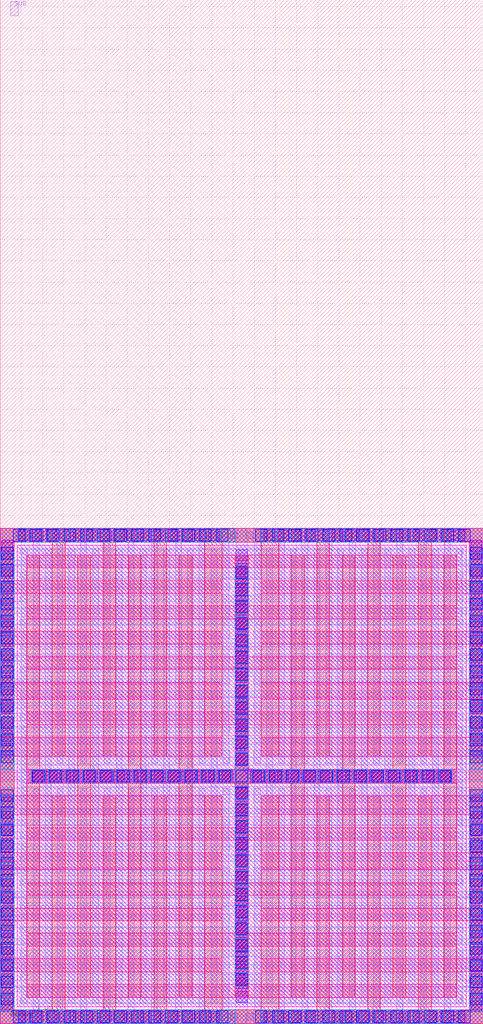
<source format=lef>
# Copyright 2020 The SkyWater PDK Authors
#
# Licensed under the Apache License, Version 2.0 (the "License");
# you may not use this file except in compliance with the License.
# You may obtain a copy of the License at
#
#     https://www.apache.org/licenses/LICENSE-2.0
#
# Unless required by applicable law or agreed to in writing, software
# distributed under the License is distributed on an "AS IS" BASIS,
# WITHOUT WARRANTIES OR CONDITIONS OF ANY KIND, either express or implied.
# See the License for the specific language governing permissions and
# limitations under the License.
#
# SPDX-License-Identifier: Apache-2.0

VERSION 5.7 ;
  NOWIREEXTENSIONATPIN ON ;
  DIVIDERCHAR "/" ;
  BUSBITCHARS "[]" ;
MACRO sky130_fd_pr__cap_vpp_11p5x11p7_l1m1m2m3m4_shieldpom5_x7
  CLASS BLOCK ;
  FOREIGN sky130_fd_pr__cap_vpp_11p5x11p7_l1m1m2m3m4_shieldpom5_x7 ;
  ORIGIN  0.000000  0.000000 ;
  SIZE  11.41000 BY  24.16000 ;
  PIN C0
    PORT
      LAYER met4 ;
        RECT  0.000000  0.000000 11.410000  0.330000 ;
        RECT  0.000000  0.330000  0.330000  1.230000 ;
        RECT  0.000000  1.230000  5.240000  1.530000 ;
        RECT  0.000000  1.530000  0.330000  2.430000 ;
        RECT  0.000000  2.430000  5.240000  2.730000 ;
        RECT  0.000000  2.730000  0.330000  3.630000 ;
        RECT  0.000000  3.630000  5.240000  4.030000 ;
        RECT  0.000000  4.030000  0.330000  4.930000 ;
        RECT  0.000000  4.930000  5.240000  5.380000 ;
        RECT  0.000000  5.380000  0.330000  6.310000 ;
        RECT  0.000000  6.310000  5.240000  6.760000 ;
        RECT  0.000000  6.760000  0.330000  7.660000 ;
        RECT  0.000000  7.660000  5.240000  8.060000 ;
        RECT  0.000000  8.060000  0.330000  8.960000 ;
        RECT  0.000000  8.960000  5.240000  9.260000 ;
        RECT  0.000000  9.260000  0.330000 10.160000 ;
        RECT  0.000000 10.160000  5.240000 10.460000 ;
        RECT  0.000000 10.460000  0.330000 11.360000 ;
        RECT  0.000000 11.360000 11.410000 11.690000 ;
        RECT  6.170000  1.230000 11.410000  1.530000 ;
        RECT  6.170000  2.430000 11.410000  2.730000 ;
        RECT  6.170000  3.630000 11.410000  4.030000 ;
        RECT  6.170000  4.930000 11.410000  5.380000 ;
        RECT  6.170000  6.310000 11.410000  6.760000 ;
        RECT  6.170000  7.660000 11.410000  8.060000 ;
        RECT  6.170000  8.960000 11.410000  9.260000 ;
        RECT  6.170000 10.160000 11.410000 10.460000 ;
        RECT 11.080000  0.330000 11.410000  1.230000 ;
        RECT 11.080000  1.530000 11.410000  2.430000 ;
        RECT 11.080000  2.730000 11.410000  3.630000 ;
        RECT 11.080000  4.030000 11.410000  4.930000 ;
        RECT 11.080000  5.380000 11.410000  6.310000 ;
        RECT 11.080000  6.760000 11.410000  7.660000 ;
        RECT 11.080000  8.060000 11.410000  8.960000 ;
        RECT 11.080000  9.260000 11.410000 10.160000 ;
        RECT 11.080000 10.460000 11.410000 11.360000 ;
    END
  END C0
  PIN C1
    PORT
      LAYER met4 ;
        RECT 0.630000  0.630000 10.780000  0.930000 ;
        RECT 0.630000  1.830000 10.780000  2.130000 ;
        RECT 0.630000  3.030000 10.780000  3.330000 ;
        RECT 0.630000  4.330000 10.780000  4.630000 ;
        RECT 0.630000  5.680000 10.780000  6.010000 ;
        RECT 0.630000  7.060000 10.780000  7.360000 ;
        RECT 0.630000  8.360000 10.780000  8.660000 ;
        RECT 0.630000  9.560000 10.780000  9.860000 ;
        RECT 0.630000 10.760000 10.780000 11.060000 ;
        RECT 5.540000  0.930000  5.870000  1.830000 ;
        RECT 5.540000  2.130000  5.870000  3.030000 ;
        RECT 5.540000  3.330000  5.870000  4.330000 ;
        RECT 5.540000  4.630000  5.870000  5.680000 ;
        RECT 5.540000  6.010000  5.870000  7.060000 ;
        RECT 5.540000  7.360000  5.870000  8.360000 ;
        RECT 5.540000  8.660000  5.870000  9.560000 ;
        RECT 5.540000  9.860000  5.870000 10.760000 ;
    END
  END C1
  PIN M5A
    PORT
      LAYER met5 ;
        RECT 0.400000 0.400000 11.010000 11.290000 ;
    END
  END M5A
  PIN SUB
    ANTENNADIFFAREA  0.168100 ;
    PORT
      LAYER li1 ;
        RECT 0.250000 23.790000 0.420000 24.120000 ;
    END
  END SUB
  OBS
    LAYER li1 ;
      RECT  0.000000  0.000000 11.410000  0.330000 ;
      RECT  0.000000  0.330000  0.330000  0.860000 ;
      RECT  0.000000  0.860000  5.400000  1.030000 ;
      RECT  0.000000  1.030000  0.330000  1.560000 ;
      RECT  0.000000  1.560000  5.400000  1.730000 ;
      RECT  0.000000  1.730000  0.330000  2.260000 ;
      RECT  0.000000  2.260000  5.400000  2.430000 ;
      RECT  0.000000  2.430000  0.330000  2.960000 ;
      RECT  0.000000  2.960000  5.400000  3.130000 ;
      RECT  0.000000  3.130000  0.330000  3.660000 ;
      RECT  0.000000  3.660000  5.400000  3.830000 ;
      RECT  0.000000  3.830000  0.330000  4.360000 ;
      RECT  0.000000  4.360000  5.400000  4.530000 ;
      RECT  0.000000  4.530000  0.330000  5.060000 ;
      RECT  0.000000  5.060000  5.400000  5.230000 ;
      RECT  0.000000  5.230000  0.330000  5.760000 ;
      RECT  0.000000  5.760000  5.400000  5.930000 ;
      RECT  0.000000  5.930000  0.330000  6.460000 ;
      RECT  0.000000  6.460000  5.400000  6.630000 ;
      RECT  0.000000  6.630000  0.330000  7.150000 ;
      RECT  0.000000  7.150000  5.400000  7.330000 ;
      RECT  0.000000  7.330000  0.330000  7.860000 ;
      RECT  0.000000  7.860000  5.400000  8.030000 ;
      RECT  0.000000  8.030000  0.330000  8.560000 ;
      RECT  0.000000  8.560000  5.400000  8.730000 ;
      RECT  0.000000  8.730000  0.330000  9.260000 ;
      RECT  0.000000  9.260000  5.400000  9.430000 ;
      RECT  0.000000  9.430000  0.330000  9.960000 ;
      RECT  0.000000  9.960000  5.400000 10.130000 ;
      RECT  0.000000 10.130000  0.330000 10.660000 ;
      RECT  0.000000 10.660000  5.400000 10.830000 ;
      RECT  0.000000 10.830000  0.330000 11.360000 ;
      RECT  0.000000 11.360000 11.410000 11.690000 ;
      RECT  0.500000  0.500000 10.905000  0.690000 ;
      RECT  0.500000  1.200000 10.905000  1.390000 ;
      RECT  0.500000  1.900000 10.905000  2.090000 ;
      RECT  0.500000  2.600000 10.905000  2.790000 ;
      RECT  0.500000  3.300000 10.905000  3.490000 ;
      RECT  0.500000  4.000000 10.905000  4.190000 ;
      RECT  0.500000  4.700000 10.905000  4.890000 ;
      RECT  0.500000  5.400000 10.905000  5.590000 ;
      RECT  0.500000  6.100000 10.905000  6.290000 ;
      RECT  0.500000  6.800000 10.905000  6.980000 ;
      RECT  0.500000  7.500000 10.905000  7.690000 ;
      RECT  0.500000  8.200000 10.905000  8.390000 ;
      RECT  0.500000  8.900000 10.905000  9.090000 ;
      RECT  0.500000  9.600000 10.905000  9.790000 ;
      RECT  0.500000 10.300000 10.905000 10.490000 ;
      RECT  0.500000 11.000000 10.905000 11.190000 ;
      RECT  5.570000  0.690000  5.840000  1.200000 ;
      RECT  5.570000  1.390000  5.840000  1.900000 ;
      RECT  5.570000  2.090000  5.840000  2.600000 ;
      RECT  5.570000  2.790000  5.840000  3.300000 ;
      RECT  5.570000  3.490000  5.840000  4.000000 ;
      RECT  5.570000  4.190000  5.840000  4.700000 ;
      RECT  5.570000  4.890000  5.840000  5.400000 ;
      RECT  5.570000  5.590000  5.840000  6.100000 ;
      RECT  5.570000  6.290000  5.840000  6.800000 ;
      RECT  5.570000  6.980000 10.905000  6.990000 ;
      RECT  5.570000  6.990000  5.840000  7.500000 ;
      RECT  5.570000  7.690000  5.840000  8.200000 ;
      RECT  5.570000  8.390000  5.840000  8.900000 ;
      RECT  5.570000  9.090000  5.840000  9.600000 ;
      RECT  5.570000  9.790000  5.840000 10.300000 ;
      RECT  5.570000 10.490000  5.840000 11.000000 ;
      RECT  6.010000  0.860000 11.410000  1.030000 ;
      RECT  6.010000  1.560000 11.410000  1.730000 ;
      RECT  6.010000  2.260000 11.410000  2.430000 ;
      RECT  6.010000  2.960000 11.410000  3.130000 ;
      RECT  6.010000  3.660000 11.410000  3.830000 ;
      RECT  6.010000  4.360000 11.410000  4.530000 ;
      RECT  6.010000  5.060000 11.410000  5.230000 ;
      RECT  6.010000  5.760000 11.410000  5.930000 ;
      RECT  6.010000  6.460000 11.410000  6.630000 ;
      RECT  6.010000  7.160000 11.410000  7.330000 ;
      RECT  6.010000  7.860000 11.410000  8.030000 ;
      RECT  6.010000  8.560000 11.410000  8.730000 ;
      RECT  6.010000  9.260000 11.410000  9.430000 ;
      RECT  6.010000  9.960000 11.410000 10.130000 ;
      RECT  6.010000 10.660000 11.410000 10.830000 ;
      RECT 11.080000  0.330000 11.410000  0.860000 ;
      RECT 11.080000  1.030000 11.410000  1.560000 ;
      RECT 11.080000  1.730000 11.410000  2.260000 ;
      RECT 11.080000  2.430000 11.410000  2.960000 ;
      RECT 11.080000  3.130000 11.410000  3.660000 ;
      RECT 11.080000  3.830000 11.410000  4.360000 ;
      RECT 11.080000  4.530000 11.410000  5.060000 ;
      RECT 11.080000  5.230000 11.410000  5.760000 ;
      RECT 11.080000  5.930000 11.410000  6.460000 ;
      RECT 11.080000  6.630000 11.410000  7.160000 ;
      RECT 11.080000  7.330000 11.410000  7.860000 ;
      RECT 11.080000  8.030000 11.410000  8.560000 ;
      RECT 11.080000  8.730000 11.410000  9.260000 ;
      RECT 11.080000  9.430000 11.410000  9.960000 ;
      RECT 11.080000 10.130000 11.410000 10.660000 ;
      RECT 11.080000 10.830000 11.410000 11.360000 ;
    LAYER mcon ;
      RECT  0.080000  0.580000  0.250000  0.750000 ;
      RECT  0.080000  0.940000  0.250000  1.110000 ;
      RECT  0.080000  1.300000  0.250000  1.470000 ;
      RECT  0.080000  1.660000  0.250000  1.830000 ;
      RECT  0.080000  2.020000  0.250000  2.190000 ;
      RECT  0.080000  2.380000  0.250000  2.550000 ;
      RECT  0.080000  2.740000  0.250000  2.910000 ;
      RECT  0.080000  3.100000  0.250000  3.270000 ;
      RECT  0.080000  3.460000  0.250000  3.630000 ;
      RECT  0.080000  3.820000  0.250000  3.990000 ;
      RECT  0.080000  4.180000  0.250000  4.350000 ;
      RECT  0.080000  4.540000  0.250000  4.710000 ;
      RECT  0.080000  4.900000  0.250000  5.070000 ;
      RECT  0.080000  5.260000  0.250000  5.430000 ;
      RECT  0.080000  6.260000  0.250000  6.430000 ;
      RECT  0.080000  6.620000  0.250000  6.790000 ;
      RECT  0.080000  6.980000  0.250000  7.150000 ;
      RECT  0.080000  7.340000  0.250000  7.510000 ;
      RECT  0.080000  7.700000  0.250000  7.870000 ;
      RECT  0.080000  8.060000  0.250000  8.230000 ;
      RECT  0.080000  8.420000  0.250000  8.590000 ;
      RECT  0.080000  8.780000  0.250000  8.950000 ;
      RECT  0.080000  9.140000  0.250000  9.310000 ;
      RECT  0.080000  9.500000  0.250000  9.670000 ;
      RECT  0.080000  9.860000  0.250000 10.030000 ;
      RECT  0.080000 10.220000  0.250000 10.390000 ;
      RECT  0.080000 10.580000  0.250000 10.750000 ;
      RECT  0.080000 10.940000  0.250000 11.110000 ;
      RECT  0.400000  0.080000  0.570000  0.250000 ;
      RECT  0.400000 11.440000  0.570000 11.610000 ;
      RECT  0.760000  0.080000  0.930000  0.250000 ;
      RECT  0.760000 11.440000  0.930000 11.610000 ;
      RECT  1.120000  0.080000  1.290000  0.250000 ;
      RECT  1.120000 11.440000  1.290000 11.610000 ;
      RECT  1.480000  0.080000  1.650000  0.250000 ;
      RECT  1.480000 11.440000  1.650000 11.610000 ;
      RECT  1.840000  0.080000  2.010000  0.250000 ;
      RECT  1.840000 11.440000  2.010000 11.610000 ;
      RECT  2.200000  0.080000  2.370000  0.250000 ;
      RECT  2.200000 11.440000  2.370000 11.610000 ;
      RECT  2.560000  0.080000  2.730000  0.250000 ;
      RECT  2.560000 11.440000  2.730000 11.610000 ;
      RECT  2.920000  0.080000  3.090000  0.250000 ;
      RECT  2.920000 11.440000  3.090000 11.610000 ;
      RECT  3.280000  0.080000  3.450000  0.250000 ;
      RECT  3.280000 11.440000  3.450000 11.610000 ;
      RECT  3.640000  0.080000  3.810000  0.250000 ;
      RECT  3.640000 11.440000  3.810000 11.610000 ;
      RECT  4.000000  0.080000  4.170000  0.250000 ;
      RECT  4.000000 11.440000  4.170000 11.610000 ;
      RECT  4.360000  0.080000  4.530000  0.250000 ;
      RECT  4.360000 11.440000  4.530000 11.610000 ;
      RECT  4.720000  0.080000  4.890000  0.250000 ;
      RECT  4.720000 11.440000  4.890000 11.610000 ;
      RECT  5.080000  0.080000  5.250000  0.250000 ;
      RECT  5.080000 11.440000  5.250000 11.610000 ;
      RECT  5.440000  0.080000  5.610000  0.250000 ;
      RECT  5.440000 11.440000  5.610000 11.610000 ;
      RECT  5.620000  0.590000  5.790000  0.760000 ;
      RECT  5.620000  0.950000  5.790000  1.120000 ;
      RECT  5.620000  1.310000  5.790000  1.480000 ;
      RECT  5.620000  1.670000  5.790000  1.840000 ;
      RECT  5.620000  2.030000  5.790000  2.200000 ;
      RECT  5.620000  2.390000  5.790000  2.560000 ;
      RECT  5.620000  2.750000  5.790000  2.920000 ;
      RECT  5.620000  3.110000  5.790000  3.280000 ;
      RECT  5.620000  3.470000  5.790000  3.640000 ;
      RECT  5.620000  3.830000  5.790000  4.000000 ;
      RECT  5.620000  4.190000  5.790000  4.360000 ;
      RECT  5.620000  4.550000  5.790000  4.720000 ;
      RECT  5.620000  4.910000  5.790000  5.080000 ;
      RECT  5.620000  5.270000  5.790000  5.440000 ;
      RECT  5.620000  6.250000  5.790000  6.420000 ;
      RECT  5.620000  6.610000  5.790000  6.780000 ;
      RECT  5.620000  6.970000  5.790000  7.140000 ;
      RECT  5.620000  7.330000  5.790000  7.500000 ;
      RECT  5.620000  7.690000  5.790000  7.860000 ;
      RECT  5.620000  8.050000  5.790000  8.220000 ;
      RECT  5.620000  8.410000  5.790000  8.580000 ;
      RECT  5.620000  8.770000  5.790000  8.940000 ;
      RECT  5.620000  9.130000  5.790000  9.300000 ;
      RECT  5.620000  9.490000  5.790000  9.660000 ;
      RECT  5.620000  9.850000  5.790000 10.020000 ;
      RECT  5.620000 10.210000  5.790000 10.380000 ;
      RECT  5.620000 10.570000  5.790000 10.740000 ;
      RECT  5.620000 10.930000  5.790000 11.100000 ;
      RECT  5.800000  0.080000  5.970000  0.250000 ;
      RECT  5.800000 11.440000  5.970000 11.610000 ;
      RECT  6.160000  0.080000  6.330000  0.250000 ;
      RECT  6.160000 11.440000  6.330000 11.610000 ;
      RECT  6.520000  0.080000  6.690000  0.250000 ;
      RECT  6.520000 11.440000  6.690000 11.610000 ;
      RECT  6.880000  0.080000  7.050000  0.250000 ;
      RECT  6.880000 11.440000  7.050000 11.610000 ;
      RECT  7.240000  0.080000  7.410000  0.250000 ;
      RECT  7.240000 11.440000  7.410000 11.610000 ;
      RECT  7.600000  0.080000  7.770000  0.250000 ;
      RECT  7.600000 11.440000  7.770000 11.610000 ;
      RECT  7.960000  0.080000  8.130000  0.250000 ;
      RECT  7.960000 11.440000  8.130000 11.610000 ;
      RECT  8.320000  0.080000  8.490000  0.250000 ;
      RECT  8.320000 11.440000  8.490000 11.610000 ;
      RECT  8.680000  0.080000  8.850000  0.250000 ;
      RECT  8.680000 11.440000  8.850000 11.610000 ;
      RECT  9.040000  0.080000  9.210000  0.250000 ;
      RECT  9.040000 11.440000  9.210000 11.610000 ;
      RECT  9.400000  0.080000  9.570000  0.250000 ;
      RECT  9.400000 11.440000  9.570000 11.610000 ;
      RECT  9.760000  0.080000  9.930000  0.250000 ;
      RECT  9.760000 11.440000  9.930000 11.610000 ;
      RECT 10.120000  0.080000 10.290000  0.250000 ;
      RECT 10.120000 11.440000 10.290000 11.610000 ;
      RECT 10.480000  0.080000 10.650000  0.250000 ;
      RECT 10.480000 11.440000 10.650000 11.610000 ;
      RECT 10.840000  0.080000 11.010000  0.250000 ;
      RECT 10.840000 11.440000 11.010000 11.610000 ;
      RECT 11.160000  0.580000 11.330000  0.750000 ;
      RECT 11.160000  0.940000 11.330000  1.110000 ;
      RECT 11.160000  1.300000 11.330000  1.470000 ;
      RECT 11.160000  1.660000 11.330000  1.830000 ;
      RECT 11.160000  2.020000 11.330000  2.190000 ;
      RECT 11.160000  2.380000 11.330000  2.550000 ;
      RECT 11.160000  2.740000 11.330000  2.910000 ;
      RECT 11.160000  3.100000 11.330000  3.270000 ;
      RECT 11.160000  3.460000 11.330000  3.630000 ;
      RECT 11.160000  3.820000 11.330000  3.990000 ;
      RECT 11.160000  4.180000 11.330000  4.350000 ;
      RECT 11.160000  4.540000 11.330000  4.710000 ;
      RECT 11.160000  4.900000 11.330000  5.070000 ;
      RECT 11.160000  5.260000 11.330000  5.430000 ;
      RECT 11.160000  6.260000 11.330000  6.430000 ;
      RECT 11.160000  6.620000 11.330000  6.790000 ;
      RECT 11.160000  6.980000 11.330000  7.150000 ;
      RECT 11.160000  7.340000 11.330000  7.510000 ;
      RECT 11.160000  7.700000 11.330000  7.870000 ;
      RECT 11.160000  8.060000 11.330000  8.230000 ;
      RECT 11.160000  8.420000 11.330000  8.590000 ;
      RECT 11.160000  8.780000 11.330000  8.950000 ;
      RECT 11.160000  9.140000 11.330000  9.310000 ;
      RECT 11.160000  9.500000 11.330000  9.670000 ;
      RECT 11.160000  9.860000 11.330000 10.030000 ;
      RECT 11.160000 10.220000 11.330000 10.390000 ;
      RECT 11.160000 10.580000 11.330000 10.750000 ;
      RECT 11.160000 10.940000 11.330000 11.110000 ;
    LAYER met1 ;
      RECT  0.000000  0.000000 11.410000  0.330000 ;
      RECT  0.000000  0.330000  0.330000 11.360000 ;
      RECT  0.000000 11.360000 11.410000 11.690000 ;
      RECT  0.500000  0.470000  0.640000  5.685000 ;
      RECT  0.500000  5.685000 10.910000  6.005000 ;
      RECT  0.500000  6.005000  0.640000 11.220000 ;
      RECT  0.780000  0.330000  0.920000  5.545000 ;
      RECT  0.780000  6.145000  0.920000 11.360000 ;
      RECT  1.060000  0.470000  1.200000  5.685000 ;
      RECT  1.060000  6.005000  1.200000 11.220000 ;
      RECT  1.340000  0.330000  1.480000  5.545000 ;
      RECT  1.340000  6.145000  1.480000 11.360000 ;
      RECT  1.620000  0.470000  1.760000  5.685000 ;
      RECT  1.620000  6.005000  1.760000 11.220000 ;
      RECT  1.900000  0.330000  2.040000  5.545000 ;
      RECT  1.900000  6.145000  2.040000 11.360000 ;
      RECT  2.180000  0.470000  2.320000  5.685000 ;
      RECT  2.180000  6.005000  2.320000 11.220000 ;
      RECT  2.460000  0.330000  2.600000  5.545000 ;
      RECT  2.460000  6.145000  2.600000 11.360000 ;
      RECT  2.740000  0.470000  2.880000  5.685000 ;
      RECT  2.740000  6.005000  2.880000 11.220000 ;
      RECT  3.020000  0.330000  3.160000  5.545000 ;
      RECT  3.020000  6.145000  3.160000 11.360000 ;
      RECT  3.300000  0.470000  3.440000  5.685000 ;
      RECT  3.300000  6.005000  3.440000 11.220000 ;
      RECT  3.580000  0.330000  3.720000  5.545000 ;
      RECT  3.580000  6.145000  3.720000 11.360000 ;
      RECT  3.860000  0.470000  4.000000  5.685000 ;
      RECT  3.860000  6.005000  4.000000 11.220000 ;
      RECT  4.140000  0.330000  4.280000  5.545000 ;
      RECT  4.140000  6.145000  4.280000 11.360000 ;
      RECT  4.420000  0.470000  4.560000  5.685000 ;
      RECT  4.420000  6.005000  4.560000 11.220000 ;
      RECT  4.700000  0.330000  4.840000  5.545000 ;
      RECT  4.700000  6.145000  4.840000 11.360000 ;
      RECT  4.980000  0.470000  5.120000  5.685000 ;
      RECT  4.980000  6.005000  5.120000 11.220000 ;
      RECT  5.260000  0.330000  5.400000  5.545000 ;
      RECT  5.260000  6.145000  5.400000 11.360000 ;
      RECT  5.570000  0.470000  5.840000  5.685000 ;
      RECT  5.570000  6.005000  5.840000 11.220000 ;
      RECT  6.010000  0.330000  6.150000  5.545000 ;
      RECT  6.010000  6.145000  6.150000 11.360000 ;
      RECT  6.290000  0.470000  6.430000  5.685000 ;
      RECT  6.290000  6.005000  6.430000 11.220000 ;
      RECT  6.570000  0.330000  6.710000  5.545000 ;
      RECT  6.570000  6.145000  6.710000 11.360000 ;
      RECT  6.850000  0.470000  6.990000  5.685000 ;
      RECT  6.850000  6.005000  6.990000 11.220000 ;
      RECT  7.130000  0.330000  7.270000  5.545000 ;
      RECT  7.130000  6.145000  7.270000 11.360000 ;
      RECT  7.410000  0.470000  7.550000  5.685000 ;
      RECT  7.410000  6.005000  7.550000 11.220000 ;
      RECT  7.690000  0.330000  7.830000  5.545000 ;
      RECT  7.690000  6.145000  7.830000 11.360000 ;
      RECT  7.970000  0.470000  8.110000  5.685000 ;
      RECT  7.970000  6.005000  8.110000 11.220000 ;
      RECT  8.250000  0.330000  8.390000  5.545000 ;
      RECT  8.250000  6.145000  8.390000 11.360000 ;
      RECT  8.530000  0.470000  8.670000  5.685000 ;
      RECT  8.530000  6.005000  8.670000 11.220000 ;
      RECT  8.810000  0.330000  8.950000  5.545000 ;
      RECT  8.810000  6.145000  8.950000 11.360000 ;
      RECT  9.090000  0.470000  9.230000  5.685000 ;
      RECT  9.090000  6.005000  9.230000 11.220000 ;
      RECT  9.370000  0.330000  9.510000  5.545000 ;
      RECT  9.370000  6.145000  9.510000 11.360000 ;
      RECT  9.650000  0.470000  9.790000  5.685000 ;
      RECT  9.650000  6.005000  9.790000 11.220000 ;
      RECT  9.930000  0.330000 10.070000  5.545000 ;
      RECT  9.930000  6.145000 10.070000 11.360000 ;
      RECT 10.210000  0.470000 10.350000  5.685000 ;
      RECT 10.210000  6.005000 10.350000 11.220000 ;
      RECT 10.490000  0.330000 10.630000  5.545000 ;
      RECT 10.490000  6.145000 10.630000 11.360000 ;
      RECT 10.770000  0.470000 10.910000  5.685000 ;
      RECT 10.770000  6.005000 10.910000 11.220000 ;
      RECT 11.080000  0.330000 11.410000 11.360000 ;
    LAYER met2 ;
      RECT  0.000000  0.000000  5.430000  0.330000 ;
      RECT  0.000000  0.330000  0.330000  0.750000 ;
      RECT  0.000000  0.750000  5.425000  0.890000 ;
      RECT  0.000000  0.890000  0.330000  1.310000 ;
      RECT  0.000000  1.310000  5.425000  1.450000 ;
      RECT  0.000000  1.450000  0.330000  1.870000 ;
      RECT  0.000000  1.870000  5.425000  2.010000 ;
      RECT  0.000000  2.010000  0.330000  2.430000 ;
      RECT  0.000000  2.430000  5.425000  2.570000 ;
      RECT  0.000000  2.570000  0.330000  2.990000 ;
      RECT  0.000000  2.990000  5.425000  3.130000 ;
      RECT  0.000000  3.130000  0.330000  3.550000 ;
      RECT  0.000000  3.550000  5.425000  3.690000 ;
      RECT  0.000000  3.690000  0.330000  4.110000 ;
      RECT  0.000000  4.110000  5.425000  4.250000 ;
      RECT  0.000000  4.250000  0.330000  4.670000 ;
      RECT  0.000000  4.670000  5.425000  4.810000 ;
      RECT  0.000000  4.810000  0.330000  5.230000 ;
      RECT  0.000000  5.230000  5.425000  5.565000 ;
      RECT  0.000000  5.565000  0.330000  5.570000 ;
      RECT  0.000000  5.710000 11.410000  5.980000 ;
      RECT  0.000000  6.120000  0.330000  6.125000 ;
      RECT  0.000000  6.125000  5.425000  6.460000 ;
      RECT  0.000000  6.460000  0.330000  6.880000 ;
      RECT  0.000000  6.880000  5.425000  7.020000 ;
      RECT  0.000000  7.020000  0.330000  7.440000 ;
      RECT  0.000000  7.440000  5.425000  7.580000 ;
      RECT  0.000000  7.580000  0.330000  8.000000 ;
      RECT  0.000000  8.000000  5.425000  8.140000 ;
      RECT  0.000000  8.140000  0.330000  8.560000 ;
      RECT  0.000000  8.560000  5.425000  8.700000 ;
      RECT  0.000000  8.700000  0.330000  9.120000 ;
      RECT  0.000000  9.120000  5.425000  9.260000 ;
      RECT  0.000000  9.260000  0.330000  9.680000 ;
      RECT  0.000000  9.680000  5.425000  9.820000 ;
      RECT  0.000000  9.820000  0.330000 10.240000 ;
      RECT  0.000000 10.240000  5.425000 10.380000 ;
      RECT  0.000000 10.380000  0.330000 10.800000 ;
      RECT  0.000000 10.800000  5.425000 10.940000 ;
      RECT  0.000000 10.940000  0.330000 11.360000 ;
      RECT  0.000000 11.360000  5.430000 11.690000 ;
      RECT  0.370000  5.705000 11.040000  5.710000 ;
      RECT  0.370000  5.980000 11.040000  5.985000 ;
      RECT  0.470000  0.470000 10.940000  0.610000 ;
      RECT  0.470000  1.030000 10.940000  1.170000 ;
      RECT  0.470000  1.590000 10.940000  1.730000 ;
      RECT  0.470000  2.150000 10.940000  2.290000 ;
      RECT  0.470000  2.710000 10.940000  2.850000 ;
      RECT  0.470000  3.270000 10.940000  3.410000 ;
      RECT  0.470000  3.830000 10.940000  3.970000 ;
      RECT  0.470000  4.390000 10.940000  4.530000 ;
      RECT  0.470000  4.950000 10.940000  5.090000 ;
      RECT  0.470000  6.600000 10.940000  6.740000 ;
      RECT  0.470000  7.160000 10.940000  7.300000 ;
      RECT  0.470000  7.720000 10.940000  7.860000 ;
      RECT  0.470000  8.280000 10.940000  8.420000 ;
      RECT  0.470000  8.840000 10.940000  8.980000 ;
      RECT  0.470000  9.400000 10.940000  9.540000 ;
      RECT  0.470000  9.960000 10.940000 10.100000 ;
      RECT  0.470000 10.520000 10.940000 10.660000 ;
      RECT  0.470000 11.080000 10.940000 11.220000 ;
      RECT  5.565000  0.610000  5.845000  1.030000 ;
      RECT  5.565000  1.170000  5.845000  1.590000 ;
      RECT  5.565000  1.730000  5.845000  2.150000 ;
      RECT  5.565000  2.290000  5.845000  2.710000 ;
      RECT  5.565000  2.850000  5.845000  3.270000 ;
      RECT  5.565000  3.410000  5.845000  3.830000 ;
      RECT  5.565000  3.970000  5.845000  4.390000 ;
      RECT  5.565000  4.530000  5.845000  4.950000 ;
      RECT  5.565000  5.090000  5.845000  5.705000 ;
      RECT  5.565000  5.985000  5.845000  6.600000 ;
      RECT  5.565000  6.740000  5.845000  7.160000 ;
      RECT  5.565000  7.300000  5.845000  7.720000 ;
      RECT  5.565000  7.860000  5.845000  8.280000 ;
      RECT  5.565000  8.420000  5.845000  8.840000 ;
      RECT  5.565000  8.980000  5.845000  9.400000 ;
      RECT  5.565000  9.540000  5.845000  9.960000 ;
      RECT  5.565000 10.100000  5.845000 10.520000 ;
      RECT  5.565000 10.660000  5.845000 11.080000 ;
      RECT  5.570000  0.000000  5.840000  0.470000 ;
      RECT  5.570000 11.220000  5.840000 11.690000 ;
      RECT  5.980000  0.000000 11.410000  0.330000 ;
      RECT  5.980000 11.360000 11.410000 11.690000 ;
      RECT  5.985000  0.750000 11.410000  0.890000 ;
      RECT  5.985000  1.310000 11.410000  1.450000 ;
      RECT  5.985000  1.870000 11.410000  2.010000 ;
      RECT  5.985000  2.430000 11.410000  2.570000 ;
      RECT  5.985000  2.990000 11.410000  3.130000 ;
      RECT  5.985000  3.550000 11.410000  3.690000 ;
      RECT  5.985000  4.110000 11.410000  4.250000 ;
      RECT  5.985000  4.670000 11.410000  4.810000 ;
      RECT  5.985000  5.230000 11.410000  5.565000 ;
      RECT  5.985000  6.125000 11.410000  6.460000 ;
      RECT  5.985000  6.880000 11.410000  7.020000 ;
      RECT  5.985000  7.440000 11.410000  7.580000 ;
      RECT  5.985000  8.000000 11.410000  8.140000 ;
      RECT  5.985000  8.560000 11.410000  8.700000 ;
      RECT  5.985000  9.120000 11.410000  9.260000 ;
      RECT  5.985000  9.680000 11.410000  9.820000 ;
      RECT  5.985000 10.240000 11.410000 10.380000 ;
      RECT  5.985000 10.800000 11.410000 10.940000 ;
      RECT 11.080000  0.330000 11.410000  0.750000 ;
      RECT 11.080000  0.890000 11.410000  1.310000 ;
      RECT 11.080000  1.450000 11.410000  1.870000 ;
      RECT 11.080000  2.010000 11.410000  2.430000 ;
      RECT 11.080000  2.570000 11.410000  2.990000 ;
      RECT 11.080000  3.130000 11.410000  3.550000 ;
      RECT 11.080000  3.690000 11.410000  4.110000 ;
      RECT 11.080000  4.250000 11.410000  4.670000 ;
      RECT 11.080000  4.810000 11.410000  5.230000 ;
      RECT 11.080000  5.565000 11.410000  5.570000 ;
      RECT 11.080000  6.120000 11.410000  6.125000 ;
      RECT 11.080000  6.460000 11.410000  6.880000 ;
      RECT 11.080000  7.020000 11.410000  7.440000 ;
      RECT 11.080000  7.580000 11.410000  8.000000 ;
      RECT 11.080000  8.140000 11.410000  8.560000 ;
      RECT 11.080000  8.700000 11.410000  9.120000 ;
      RECT 11.080000  9.260000 11.410000  9.680000 ;
      RECT 11.080000  9.820000 11.410000 10.240000 ;
      RECT 11.080000 10.380000 11.410000 10.800000 ;
      RECT 11.080000 10.940000 11.410000 11.360000 ;
    LAYER met3 ;
      RECT  0.000000  0.000000 11.410000  0.330000 ;
      RECT  0.000000  0.330000  0.330000 11.360000 ;
      RECT  0.000000 11.360000 11.410000 11.690000 ;
      RECT  0.630000  0.630000  0.930000  5.680000 ;
      RECT  0.630000  5.680000 10.780000  6.010000 ;
      RECT  0.630000  6.010000  0.930000 11.060000 ;
      RECT  1.230000  0.330000  1.530000  5.380000 ;
      RECT  1.230000  6.310000  1.530000 11.360000 ;
      RECT  1.830000  0.630000  2.130000  5.680000 ;
      RECT  1.830000  6.010000  2.130000 11.060000 ;
      RECT  2.430000  0.330000  2.730000  5.380000 ;
      RECT  2.430000  6.310000  2.730000 11.360000 ;
      RECT  3.030000  0.630000  3.330000  5.680000 ;
      RECT  3.030000  6.010000  3.330000 11.060000 ;
      RECT  3.630000  0.330000  3.930000  5.380000 ;
      RECT  3.630000  6.310000  3.930000 11.360000 ;
      RECT  4.230000  0.630000  4.530000  5.680000 ;
      RECT  4.230000  6.010000  4.530000 11.060000 ;
      RECT  4.830000  0.330000  5.240000  5.380000 ;
      RECT  4.830000  6.310000  5.240000 11.360000 ;
      RECT  5.540000  0.630000  5.870000  5.680000 ;
      RECT  5.540000  6.010000  5.870000 11.060000 ;
      RECT  6.170000  0.330000  6.580000  5.380000 ;
      RECT  6.170000  6.310000  6.580000 11.360000 ;
      RECT  6.880000  0.630000  7.180000  5.680000 ;
      RECT  6.880000  6.010000  7.180000 11.060000 ;
      RECT  7.480000  0.330000  7.780000  5.380000 ;
      RECT  7.480000  6.310000  7.780000 11.360000 ;
      RECT  8.080000  0.630000  8.380000  5.680000 ;
      RECT  8.080000  6.010000  8.380000 11.060000 ;
      RECT  8.680000  0.330000  8.980000  5.380000 ;
      RECT  8.680000  6.310000  8.980000 11.360000 ;
      RECT  9.280000  0.630000  9.580000  5.680000 ;
      RECT  9.280000  6.010000  9.580000 11.060000 ;
      RECT  9.880000  0.330000 10.180000  5.380000 ;
      RECT  9.880000  6.310000 10.180000 11.360000 ;
      RECT 10.480000  0.630000 10.780000  5.680000 ;
      RECT 10.480000  6.010000 10.780000 11.060000 ;
      RECT 11.080000  0.330000 11.410000 11.360000 ;
    LAYER via ;
      RECT  0.035000  0.280000  0.295000  0.540000 ;
      RECT  0.035000  0.600000  0.295000  0.860000 ;
      RECT  0.035000  0.920000  0.295000  1.180000 ;
      RECT  0.035000  1.240000  0.295000  1.500000 ;
      RECT  0.035000  1.560000  0.295000  1.820000 ;
      RECT  0.035000  1.880000  0.295000  2.140000 ;
      RECT  0.035000  2.200000  0.295000  2.460000 ;
      RECT  0.035000  2.520000  0.295000  2.780000 ;
      RECT  0.035000  2.840000  0.295000  3.100000 ;
      RECT  0.035000  3.160000  0.295000  3.420000 ;
      RECT  0.035000  3.480000  0.295000  3.740000 ;
      RECT  0.035000  3.800000  0.295000  4.060000 ;
      RECT  0.035000  4.120000  0.295000  4.380000 ;
      RECT  0.035000  4.440000  0.295000  4.700000 ;
      RECT  0.035000  4.760000  0.295000  5.020000 ;
      RECT  0.035000  5.080000  0.295000  5.340000 ;
      RECT  0.035000  6.350000  0.295000  6.610000 ;
      RECT  0.035000  6.670000  0.295000  6.930000 ;
      RECT  0.035000  6.990000  0.295000  7.250000 ;
      RECT  0.035000  7.310000  0.295000  7.570000 ;
      RECT  0.035000  7.630000  0.295000  7.890000 ;
      RECT  0.035000  7.950000  0.295000  8.210000 ;
      RECT  0.035000  8.270000  0.295000  8.530000 ;
      RECT  0.035000  8.590000  0.295000  8.850000 ;
      RECT  0.035000  8.910000  0.295000  9.170000 ;
      RECT  0.035000  9.230000  0.295000  9.490000 ;
      RECT  0.035000  9.550000  0.295000  9.810000 ;
      RECT  0.035000  9.870000  0.295000 10.130000 ;
      RECT  0.035000 10.190000  0.295000 10.450000 ;
      RECT  0.035000 10.510000  0.295000 10.770000 ;
      RECT  0.035000 10.830000  0.295000 11.090000 ;
      RECT  0.035000 11.150000  0.295000 11.410000 ;
      RECT  0.440000  0.035000  0.700000  0.295000 ;
      RECT  0.440000 11.395000  0.700000 11.655000 ;
      RECT  0.760000  0.035000  1.020000  0.295000 ;
      RECT  0.760000  5.715000  1.020000  5.975000 ;
      RECT  0.760000 11.395000  1.020000 11.655000 ;
      RECT  1.080000  0.035000  1.340000  0.295000 ;
      RECT  1.080000  5.715000  1.340000  5.975000 ;
      RECT  1.080000 11.395000  1.340000 11.655000 ;
      RECT  1.400000  0.035000  1.660000  0.295000 ;
      RECT  1.400000  5.715000  1.660000  5.975000 ;
      RECT  1.400000 11.395000  1.660000 11.655000 ;
      RECT  1.720000  0.035000  1.980000  0.295000 ;
      RECT  1.720000  5.715000  1.980000  5.975000 ;
      RECT  1.720000 11.395000  1.980000 11.655000 ;
      RECT  2.040000  0.035000  2.300000  0.295000 ;
      RECT  2.040000  5.715000  2.300000  5.975000 ;
      RECT  2.040000 11.395000  2.300000 11.655000 ;
      RECT  2.360000  0.035000  2.620000  0.295000 ;
      RECT  2.360000  5.715000  2.620000  5.975000 ;
      RECT  2.360000 11.395000  2.620000 11.655000 ;
      RECT  2.680000  0.035000  2.940000  0.295000 ;
      RECT  2.680000  5.715000  2.940000  5.975000 ;
      RECT  2.680000 11.395000  2.940000 11.655000 ;
      RECT  3.000000  0.035000  3.260000  0.295000 ;
      RECT  3.000000  5.715000  3.260000  5.975000 ;
      RECT  3.000000 11.395000  3.260000 11.655000 ;
      RECT  3.320000  0.035000  3.580000  0.295000 ;
      RECT  3.320000  5.715000  3.580000  5.975000 ;
      RECT  3.320000 11.395000  3.580000 11.655000 ;
      RECT  3.640000  0.035000  3.900000  0.295000 ;
      RECT  3.640000  5.715000  3.900000  5.975000 ;
      RECT  3.640000 11.395000  3.900000 11.655000 ;
      RECT  3.960000  0.035000  4.220000  0.295000 ;
      RECT  3.960000  5.715000  4.220000  5.975000 ;
      RECT  3.960000 11.395000  4.220000 11.655000 ;
      RECT  4.280000  0.035000  4.540000  0.295000 ;
      RECT  4.280000  5.715000  4.540000  5.975000 ;
      RECT  4.280000 11.395000  4.540000 11.655000 ;
      RECT  4.600000  0.035000  4.860000  0.295000 ;
      RECT  4.600000  5.715000  4.860000  5.975000 ;
      RECT  4.600000 11.395000  4.860000 11.655000 ;
      RECT  4.920000  0.035000  5.180000  0.295000 ;
      RECT  4.920000  5.715000  5.180000  5.975000 ;
      RECT  4.920000 11.395000  5.180000 11.655000 ;
      RECT  5.240000  5.715000  5.500000  5.975000 ;
      RECT  5.575000  0.505000  5.835000  0.765000 ;
      RECT  5.575000  0.825000  5.835000  1.085000 ;
      RECT  5.575000  1.145000  5.835000  1.405000 ;
      RECT  5.575000  1.465000  5.835000  1.725000 ;
      RECT  5.575000  1.785000  5.835000  2.045000 ;
      RECT  5.575000  2.105000  5.835000  2.365000 ;
      RECT  5.575000  2.425000  5.835000  2.685000 ;
      RECT  5.575000  2.745000  5.835000  3.005000 ;
      RECT  5.575000  3.065000  5.835000  3.325000 ;
      RECT  5.575000  3.385000  5.835000  3.645000 ;
      RECT  5.575000  3.705000  5.835000  3.965000 ;
      RECT  5.575000  4.025000  5.835000  4.285000 ;
      RECT  5.575000  4.345000  5.835000  4.605000 ;
      RECT  5.575000  4.665000  5.835000  4.925000 ;
      RECT  5.575000  4.985000  5.835000  5.245000 ;
      RECT  5.575000  5.305000  5.835000  5.565000 ;
      RECT  5.575000  6.125000  5.835000  6.385000 ;
      RECT  5.575000  6.445000  5.835000  6.705000 ;
      RECT  5.575000  6.765000  5.835000  7.025000 ;
      RECT  5.575000  7.085000  5.835000  7.345000 ;
      RECT  5.575000  7.405000  5.835000  7.665000 ;
      RECT  5.575000  7.725000  5.835000  7.985000 ;
      RECT  5.575000  8.045000  5.835000  8.305000 ;
      RECT  5.575000  8.365000  5.835000  8.625000 ;
      RECT  5.575000  8.685000  5.835000  8.945000 ;
      RECT  5.575000  9.005000  5.835000  9.265000 ;
      RECT  5.575000  9.325000  5.835000  9.585000 ;
      RECT  5.575000  9.645000  5.835000  9.905000 ;
      RECT  5.575000  9.965000  5.835000 10.225000 ;
      RECT  5.575000 10.285000  5.835000 10.545000 ;
      RECT  5.575000 10.605000  5.835000 10.865000 ;
      RECT  5.575000 10.925000  5.835000 11.185000 ;
      RECT  5.910000  5.715000  6.170000  5.975000 ;
      RECT  6.230000  0.035000  6.490000  0.295000 ;
      RECT  6.230000  5.715000  6.490000  5.975000 ;
      RECT  6.230000 11.395000  6.490000 11.655000 ;
      RECT  6.550000  0.035000  6.810000  0.295000 ;
      RECT  6.550000  5.715000  6.810000  5.975000 ;
      RECT  6.550000 11.395000  6.810000 11.655000 ;
      RECT  6.870000  0.035000  7.130000  0.295000 ;
      RECT  6.870000  5.715000  7.130000  5.975000 ;
      RECT  6.870000 11.395000  7.130000 11.655000 ;
      RECT  7.190000  0.035000  7.450000  0.295000 ;
      RECT  7.190000  5.715000  7.450000  5.975000 ;
      RECT  7.190000 11.395000  7.450000 11.655000 ;
      RECT  7.510000  0.035000  7.770000  0.295000 ;
      RECT  7.510000  5.715000  7.770000  5.975000 ;
      RECT  7.510000 11.395000  7.770000 11.655000 ;
      RECT  7.830000  0.035000  8.090000  0.295000 ;
      RECT  7.830000  5.715000  8.090000  5.975000 ;
      RECT  7.830000 11.395000  8.090000 11.655000 ;
      RECT  8.150000  0.035000  8.410000  0.295000 ;
      RECT  8.150000  5.715000  8.410000  5.975000 ;
      RECT  8.150000 11.395000  8.410000 11.655000 ;
      RECT  8.470000  0.035000  8.730000  0.295000 ;
      RECT  8.470000  5.715000  8.730000  5.975000 ;
      RECT  8.470000 11.395000  8.730000 11.655000 ;
      RECT  8.790000  0.035000  9.050000  0.295000 ;
      RECT  8.790000  5.715000  9.050000  5.975000 ;
      RECT  8.790000 11.395000  9.050000 11.655000 ;
      RECT  9.110000  0.035000  9.370000  0.295000 ;
      RECT  9.110000  5.715000  9.370000  5.975000 ;
      RECT  9.110000 11.395000  9.370000 11.655000 ;
      RECT  9.430000  0.035000  9.690000  0.295000 ;
      RECT  9.430000  5.715000  9.690000  5.975000 ;
      RECT  9.430000 11.395000  9.690000 11.655000 ;
      RECT  9.750000  0.035000 10.010000  0.295000 ;
      RECT  9.750000  5.715000 10.010000  5.975000 ;
      RECT  9.750000 11.395000 10.010000 11.655000 ;
      RECT 10.070000  0.035000 10.330000  0.295000 ;
      RECT 10.070000  5.715000 10.330000  5.975000 ;
      RECT 10.070000 11.395000 10.330000 11.655000 ;
      RECT 10.390000  0.035000 10.650000  0.295000 ;
      RECT 10.390000  5.715000 10.650000  5.975000 ;
      RECT 10.390000 11.395000 10.650000 11.655000 ;
      RECT 10.710000  0.035000 10.970000  0.295000 ;
      RECT 10.710000 11.395000 10.970000 11.655000 ;
      RECT 11.115000  0.280000 11.375000  0.540000 ;
      RECT 11.115000  0.600000 11.375000  0.860000 ;
      RECT 11.115000  0.920000 11.375000  1.180000 ;
      RECT 11.115000  1.240000 11.375000  1.500000 ;
      RECT 11.115000  1.560000 11.375000  1.820000 ;
      RECT 11.115000  1.880000 11.375000  2.140000 ;
      RECT 11.115000  2.200000 11.375000  2.460000 ;
      RECT 11.115000  2.520000 11.375000  2.780000 ;
      RECT 11.115000  2.840000 11.375000  3.100000 ;
      RECT 11.115000  3.160000 11.375000  3.420000 ;
      RECT 11.115000  3.480000 11.375000  3.740000 ;
      RECT 11.115000  3.800000 11.375000  4.060000 ;
      RECT 11.115000  4.120000 11.375000  4.380000 ;
      RECT 11.115000  4.440000 11.375000  4.700000 ;
      RECT 11.115000  4.760000 11.375000  5.020000 ;
      RECT 11.115000  5.080000 11.375000  5.340000 ;
      RECT 11.115000  6.350000 11.375000  6.610000 ;
      RECT 11.115000  6.670000 11.375000  6.930000 ;
      RECT 11.115000  6.990000 11.375000  7.250000 ;
      RECT 11.115000  7.310000 11.375000  7.570000 ;
      RECT 11.115000  7.630000 11.375000  7.890000 ;
      RECT 11.115000  7.950000 11.375000  8.210000 ;
      RECT 11.115000  8.270000 11.375000  8.530000 ;
      RECT 11.115000  8.590000 11.375000  8.850000 ;
      RECT 11.115000  8.910000 11.375000  9.170000 ;
      RECT 11.115000  9.230000 11.375000  9.490000 ;
      RECT 11.115000  9.550000 11.375000  9.810000 ;
      RECT 11.115000  9.870000 11.375000 10.130000 ;
      RECT 11.115000 10.190000 11.375000 10.450000 ;
      RECT 11.115000 10.510000 11.375000 10.770000 ;
      RECT 11.115000 10.830000 11.375000 11.090000 ;
      RECT 11.115000 11.150000 11.375000 11.410000 ;
    LAYER via2 ;
      RECT  0.025000  0.445000  0.305000  0.725000 ;
      RECT  0.025000  0.845000  0.305000  1.125000 ;
      RECT  0.025000  1.245000  0.305000  1.525000 ;
      RECT  0.025000  1.645000  0.305000  1.925000 ;
      RECT  0.025000  2.045000  0.305000  2.325000 ;
      RECT  0.025000  2.445000  0.305000  2.725000 ;
      RECT  0.025000  2.845000  0.305000  3.125000 ;
      RECT  0.025000  3.245000  0.305000  3.525000 ;
      RECT  0.025000  3.645000  0.305000  3.925000 ;
      RECT  0.025000  4.045000  0.305000  4.325000 ;
      RECT  0.025000  4.445000  0.305000  4.725000 ;
      RECT  0.025000  4.845000  0.305000  5.125000 ;
      RECT  0.025000  5.245000  0.305000  5.525000 ;
      RECT  0.025000  6.165000  0.305000  6.445000 ;
      RECT  0.025000  6.565000  0.305000  6.845000 ;
      RECT  0.025000  6.965000  0.305000  7.245000 ;
      RECT  0.025000  7.365000  0.305000  7.645000 ;
      RECT  0.025000  7.765000  0.305000  8.045000 ;
      RECT  0.025000  8.165000  0.305000  8.445000 ;
      RECT  0.025000  8.565000  0.305000  8.845000 ;
      RECT  0.025000  8.965000  0.305000  9.245000 ;
      RECT  0.025000  9.365000  0.305000  9.645000 ;
      RECT  0.025000  9.765000  0.305000 10.045000 ;
      RECT  0.025000 10.165000  0.305000 10.445000 ;
      RECT  0.025000 10.565000  0.305000 10.845000 ;
      RECT  0.025000 10.965000  0.305000 11.245000 ;
      RECT  0.305000  0.025000  0.585000  0.305000 ;
      RECT  0.305000 11.385000  0.585000 11.665000 ;
      RECT  0.705000  0.025000  0.985000  0.305000 ;
      RECT  0.705000 11.385000  0.985000 11.665000 ;
      RECT  0.765000  5.705000  1.045000  5.985000 ;
      RECT  1.105000  0.025000  1.385000  0.305000 ;
      RECT  1.105000 11.385000  1.385000 11.665000 ;
      RECT  1.165000  5.705000  1.445000  5.985000 ;
      RECT  1.505000  0.025000  1.785000  0.305000 ;
      RECT  1.505000 11.385000  1.785000 11.665000 ;
      RECT  1.565000  5.705000  1.845000  5.985000 ;
      RECT  1.905000  0.025000  2.185000  0.305000 ;
      RECT  1.905000 11.385000  2.185000 11.665000 ;
      RECT  1.965000  5.705000  2.245000  5.985000 ;
      RECT  2.305000  0.025000  2.585000  0.305000 ;
      RECT  2.305000 11.385000  2.585000 11.665000 ;
      RECT  2.365000  5.705000  2.645000  5.985000 ;
      RECT  2.705000  0.025000  2.985000  0.305000 ;
      RECT  2.705000 11.385000  2.985000 11.665000 ;
      RECT  2.765000  5.705000  3.045000  5.985000 ;
      RECT  3.105000  0.025000  3.385000  0.305000 ;
      RECT  3.105000 11.385000  3.385000 11.665000 ;
      RECT  3.165000  5.705000  3.445000  5.985000 ;
      RECT  3.505000  0.025000  3.785000  0.305000 ;
      RECT  3.505000 11.385000  3.785000 11.665000 ;
      RECT  3.565000  5.705000  3.845000  5.985000 ;
      RECT  3.905000  0.025000  4.185000  0.305000 ;
      RECT  3.905000 11.385000  4.185000 11.665000 ;
      RECT  3.965000  5.705000  4.245000  5.985000 ;
      RECT  4.305000  0.025000  4.585000  0.305000 ;
      RECT  4.305000 11.385000  4.585000 11.665000 ;
      RECT  4.365000  5.705000  4.645000  5.985000 ;
      RECT  4.705000  0.025000  4.985000  0.305000 ;
      RECT  4.705000 11.385000  4.985000 11.665000 ;
      RECT  4.765000  5.705000  5.045000  5.985000 ;
      RECT  5.105000  0.025000  5.385000  0.305000 ;
      RECT  5.105000 11.385000  5.385000 11.665000 ;
      RECT  5.165000  5.705000  5.445000  5.985000 ;
      RECT  5.565000  0.905000  5.845000  1.185000 ;
      RECT  5.565000  1.305000  5.845000  1.585000 ;
      RECT  5.565000  1.705000  5.845000  1.985000 ;
      RECT  5.565000  2.105000  5.845000  2.385000 ;
      RECT  5.565000  2.505000  5.845000  2.785000 ;
      RECT  5.565000  2.905000  5.845000  3.185000 ;
      RECT  5.565000  3.305000  5.845000  3.585000 ;
      RECT  5.565000  3.705000  5.845000  3.985000 ;
      RECT  5.565000  4.105000  5.845000  4.385000 ;
      RECT  5.565000  4.505000  5.845000  4.785000 ;
      RECT  5.565000  4.905000  5.845000  5.185000 ;
      RECT  5.565000  5.305000  5.845000  5.585000 ;
      RECT  5.565000  5.705000  5.845000  5.985000 ;
      RECT  5.565000  6.105000  5.845000  6.385000 ;
      RECT  5.565000  6.505000  5.845000  6.785000 ;
      RECT  5.565000  6.905000  5.845000  7.185000 ;
      RECT  5.565000  7.305000  5.845000  7.585000 ;
      RECT  5.565000  7.705000  5.845000  7.985000 ;
      RECT  5.565000  8.105000  5.845000  8.385000 ;
      RECT  5.565000  8.505000  5.845000  8.785000 ;
      RECT  5.565000  8.905000  5.845000  9.185000 ;
      RECT  5.565000  9.305000  5.845000  9.585000 ;
      RECT  5.565000  9.705000  5.845000  9.985000 ;
      RECT  5.565000 10.105000  5.845000 10.385000 ;
      RECT  5.565000 10.505000  5.845000 10.785000 ;
      RECT  5.965000  5.705000  6.245000  5.985000 ;
      RECT  6.025000  0.025000  6.305000  0.305000 ;
      RECT  6.025000 11.385000  6.305000 11.665000 ;
      RECT  6.365000  5.705000  6.645000  5.985000 ;
      RECT  6.425000  0.025000  6.705000  0.305000 ;
      RECT  6.425000 11.385000  6.705000 11.665000 ;
      RECT  6.765000  5.705000  7.045000  5.985000 ;
      RECT  6.825000  0.025000  7.105000  0.305000 ;
      RECT  6.825000 11.385000  7.105000 11.665000 ;
      RECT  7.165000  5.705000  7.445000  5.985000 ;
      RECT  7.225000  0.025000  7.505000  0.305000 ;
      RECT  7.225000 11.385000  7.505000 11.665000 ;
      RECT  7.565000  5.705000  7.845000  5.985000 ;
      RECT  7.625000  0.025000  7.905000  0.305000 ;
      RECT  7.625000 11.385000  7.905000 11.665000 ;
      RECT  7.965000  5.705000  8.245000  5.985000 ;
      RECT  8.025000  0.025000  8.305000  0.305000 ;
      RECT  8.025000 11.385000  8.305000 11.665000 ;
      RECT  8.365000  5.705000  8.645000  5.985000 ;
      RECT  8.425000  0.025000  8.705000  0.305000 ;
      RECT  8.425000 11.385000  8.705000 11.665000 ;
      RECT  8.765000  5.705000  9.045000  5.985000 ;
      RECT  8.825000  0.025000  9.105000  0.305000 ;
      RECT  8.825000 11.385000  9.105000 11.665000 ;
      RECT  9.165000  5.705000  9.445000  5.985000 ;
      RECT  9.225000  0.025000  9.505000  0.305000 ;
      RECT  9.225000 11.385000  9.505000 11.665000 ;
      RECT  9.565000  5.705000  9.845000  5.985000 ;
      RECT  9.625000  0.025000  9.905000  0.305000 ;
      RECT  9.625000 11.385000  9.905000 11.665000 ;
      RECT  9.965000  5.705000 10.245000  5.985000 ;
      RECT 10.025000  0.025000 10.305000  0.305000 ;
      RECT 10.025000 11.385000 10.305000 11.665000 ;
      RECT 10.365000  5.705000 10.645000  5.985000 ;
      RECT 10.425000  0.025000 10.705000  0.305000 ;
      RECT 10.425000 11.385000 10.705000 11.665000 ;
      RECT 10.825000  0.025000 11.105000  0.305000 ;
      RECT 10.825000 11.385000 11.105000 11.665000 ;
      RECT 11.105000  0.445000 11.385000  0.725000 ;
      RECT 11.105000  0.845000 11.385000  1.125000 ;
      RECT 11.105000  1.245000 11.385000  1.525000 ;
      RECT 11.105000  1.645000 11.385000  1.925000 ;
      RECT 11.105000  2.045000 11.385000  2.325000 ;
      RECT 11.105000  2.445000 11.385000  2.725000 ;
      RECT 11.105000  2.845000 11.385000  3.125000 ;
      RECT 11.105000  3.245000 11.385000  3.525000 ;
      RECT 11.105000  3.645000 11.385000  3.925000 ;
      RECT 11.105000  4.045000 11.385000  4.325000 ;
      RECT 11.105000  4.445000 11.385000  4.725000 ;
      RECT 11.105000  4.845000 11.385000  5.125000 ;
      RECT 11.105000  5.245000 11.385000  5.525000 ;
      RECT 11.105000  6.165000 11.385000  6.445000 ;
      RECT 11.105000  6.565000 11.385000  6.845000 ;
      RECT 11.105000  6.965000 11.385000  7.245000 ;
      RECT 11.105000  7.365000 11.385000  7.645000 ;
      RECT 11.105000  7.765000 11.385000  8.045000 ;
      RECT 11.105000  8.165000 11.385000  8.445000 ;
      RECT 11.105000  8.565000 11.385000  8.845000 ;
      RECT 11.105000  8.965000 11.385000  9.245000 ;
      RECT 11.105000  9.365000 11.385000  9.645000 ;
      RECT 11.105000  9.765000 11.385000 10.045000 ;
      RECT 11.105000 10.165000 11.385000 10.445000 ;
      RECT 11.105000 10.565000 11.385000 10.845000 ;
      RECT 11.105000 10.965000 11.385000 11.245000 ;
    LAYER via3 ;
      RECT  0.005000  0.285000  0.325000  0.605000 ;
      RECT  0.005000  0.685000  0.325000  1.005000 ;
      RECT  0.005000  1.085000  0.325000  1.405000 ;
      RECT  0.005000  1.485000  0.325000  1.805000 ;
      RECT  0.005000  1.885000  0.325000  2.205000 ;
      RECT  0.005000  2.285000  0.325000  2.605000 ;
      RECT  0.005000  2.685000  0.325000  3.005000 ;
      RECT  0.005000  3.085000  0.325000  3.405000 ;
      RECT  0.005000  3.485000  0.325000  3.805000 ;
      RECT  0.005000  3.885000  0.325000  4.205000 ;
      RECT  0.005000  4.285000  0.325000  4.605000 ;
      RECT  0.005000  4.685000  0.325000  5.005000 ;
      RECT  0.005000  5.085000  0.325000  5.405000 ;
      RECT  0.005000  6.005000  0.325000  6.325000 ;
      RECT  0.005000  6.405000  0.325000  6.725000 ;
      RECT  0.005000  6.805000  0.325000  7.125000 ;
      RECT  0.005000  7.205000  0.325000  7.525000 ;
      RECT  0.005000  7.605000  0.325000  7.925000 ;
      RECT  0.005000  8.005000  0.325000  8.325000 ;
      RECT  0.005000  8.405000  0.325000  8.725000 ;
      RECT  0.005000  8.805000  0.325000  9.125000 ;
      RECT  0.005000  9.205000  0.325000  9.525000 ;
      RECT  0.005000  9.605000  0.325000  9.925000 ;
      RECT  0.005000 10.005000  0.325000 10.325000 ;
      RECT  0.005000 10.405000  0.325000 10.725000 ;
      RECT  0.005000 10.805000  0.325000 11.125000 ;
      RECT  0.425000  0.005000  0.745000  0.325000 ;
      RECT  0.425000 11.365000  0.745000 11.685000 ;
      RECT  0.745000  5.685000  1.065000  6.005000 ;
      RECT  0.825000  0.005000  1.145000  0.325000 ;
      RECT  0.825000 11.365000  1.145000 11.685000 ;
      RECT  1.145000  5.685000  1.465000  6.005000 ;
      RECT  1.225000  0.005000  1.545000  0.325000 ;
      RECT  1.225000 11.365000  1.545000 11.685000 ;
      RECT  1.545000  5.685000  1.865000  6.005000 ;
      RECT  1.625000  0.005000  1.945000  0.325000 ;
      RECT  1.625000 11.365000  1.945000 11.685000 ;
      RECT  1.945000  5.685000  2.265000  6.005000 ;
      RECT  2.025000  0.005000  2.345000  0.325000 ;
      RECT  2.025000 11.365000  2.345000 11.685000 ;
      RECT  2.345000  5.685000  2.665000  6.005000 ;
      RECT  2.425000  0.005000  2.745000  0.325000 ;
      RECT  2.425000 11.365000  2.745000 11.685000 ;
      RECT  2.745000  5.685000  3.065000  6.005000 ;
      RECT  2.825000  0.005000  3.145000  0.325000 ;
      RECT  2.825000 11.365000  3.145000 11.685000 ;
      RECT  3.145000  5.685000  3.465000  6.005000 ;
      RECT  3.225000  0.005000  3.545000  0.325000 ;
      RECT  3.225000 11.365000  3.545000 11.685000 ;
      RECT  3.545000  5.685000  3.865000  6.005000 ;
      RECT  3.625000  0.005000  3.945000  0.325000 ;
      RECT  3.625000 11.365000  3.945000 11.685000 ;
      RECT  3.945000  5.685000  4.265000  6.005000 ;
      RECT  4.025000  0.005000  4.345000  0.325000 ;
      RECT  4.025000 11.365000  4.345000 11.685000 ;
      RECT  4.345000  5.685000  4.665000  6.005000 ;
      RECT  4.425000  0.005000  4.745000  0.325000 ;
      RECT  4.425000 11.365000  4.745000 11.685000 ;
      RECT  4.745000  5.685000  5.065000  6.005000 ;
      RECT  4.825000  0.005000  5.145000  0.325000 ;
      RECT  4.825000 11.365000  5.145000 11.685000 ;
      RECT  5.145000  5.685000  5.465000  6.005000 ;
      RECT  5.225000  0.005000  5.545000  0.325000 ;
      RECT  5.225000 11.365000  5.545000 11.685000 ;
      RECT  5.545000  0.885000  5.865000  1.205000 ;
      RECT  5.545000  1.285000  5.865000  1.605000 ;
      RECT  5.545000  1.685000  5.865000  2.005000 ;
      RECT  5.545000  2.085000  5.865000  2.405000 ;
      RECT  5.545000  2.485000  5.865000  2.805000 ;
      RECT  5.545000  2.885000  5.865000  3.205000 ;
      RECT  5.545000  3.285000  5.865000  3.605000 ;
      RECT  5.545000  3.685000  5.865000  4.005000 ;
      RECT  5.545000  4.085000  5.865000  4.405000 ;
      RECT  5.545000  4.485000  5.865000  4.805000 ;
      RECT  5.545000  4.885000  5.865000  5.205000 ;
      RECT  5.545000  5.285000  5.865000  5.605000 ;
      RECT  5.545000  5.685000  5.865000  6.005000 ;
      RECT  5.545000  6.085000  5.865000  6.405000 ;
      RECT  5.545000  6.485000  5.865000  6.805000 ;
      RECT  5.545000  6.885000  5.865000  7.205000 ;
      RECT  5.545000  7.285000  5.865000  7.605000 ;
      RECT  5.545000  7.685000  5.865000  8.005000 ;
      RECT  5.545000  8.085000  5.865000  8.405000 ;
      RECT  5.545000  8.485000  5.865000  8.805000 ;
      RECT  5.545000  8.885000  5.865000  9.205000 ;
      RECT  5.545000  9.285000  5.865000  9.605000 ;
      RECT  5.545000  9.685000  5.865000 10.005000 ;
      RECT  5.545000 10.085000  5.865000 10.405000 ;
      RECT  5.545000 10.485000  5.865000 10.805000 ;
      RECT  5.945000  5.685000  6.265000  6.005000 ;
      RECT  6.145000  0.005000  6.465000  0.325000 ;
      RECT  6.145000 11.365000  6.465000 11.685000 ;
      RECT  6.345000  5.685000  6.665000  6.005000 ;
      RECT  6.545000  0.005000  6.865000  0.325000 ;
      RECT  6.545000 11.365000  6.865000 11.685000 ;
      RECT  6.745000  5.685000  7.065000  6.005000 ;
      RECT  6.945000  0.005000  7.265000  0.325000 ;
      RECT  6.945000 11.365000  7.265000 11.685000 ;
      RECT  7.145000  5.685000  7.465000  6.005000 ;
      RECT  7.345000  0.005000  7.665000  0.325000 ;
      RECT  7.345000 11.365000  7.665000 11.685000 ;
      RECT  7.545000  5.685000  7.865000  6.005000 ;
      RECT  7.745000  0.005000  8.065000  0.325000 ;
      RECT  7.745000 11.365000  8.065000 11.685000 ;
      RECT  7.945000  5.685000  8.265000  6.005000 ;
      RECT  8.145000  0.005000  8.465000  0.325000 ;
      RECT  8.145000 11.365000  8.465000 11.685000 ;
      RECT  8.345000  5.685000  8.665000  6.005000 ;
      RECT  8.545000  0.005000  8.865000  0.325000 ;
      RECT  8.545000 11.365000  8.865000 11.685000 ;
      RECT  8.745000  5.685000  9.065000  6.005000 ;
      RECT  8.945000  0.005000  9.265000  0.325000 ;
      RECT  8.945000 11.365000  9.265000 11.685000 ;
      RECT  9.145000  5.685000  9.465000  6.005000 ;
      RECT  9.345000  0.005000  9.665000  0.325000 ;
      RECT  9.345000 11.365000  9.665000 11.685000 ;
      RECT  9.545000  5.685000  9.865000  6.005000 ;
      RECT  9.745000  0.005000 10.065000  0.325000 ;
      RECT  9.745000 11.365000 10.065000 11.685000 ;
      RECT  9.945000  5.685000 10.265000  6.005000 ;
      RECT 10.145000  0.005000 10.465000  0.325000 ;
      RECT 10.145000 11.365000 10.465000 11.685000 ;
      RECT 10.345000  5.685000 10.665000  6.005000 ;
      RECT 10.545000  0.005000 10.865000  0.325000 ;
      RECT 10.545000 11.365000 10.865000 11.685000 ;
      RECT 11.085000  0.285000 11.405000  0.605000 ;
      RECT 11.085000  0.685000 11.405000  1.005000 ;
      RECT 11.085000  1.085000 11.405000  1.405000 ;
      RECT 11.085000  1.485000 11.405000  1.805000 ;
      RECT 11.085000  1.885000 11.405000  2.205000 ;
      RECT 11.085000  2.285000 11.405000  2.605000 ;
      RECT 11.085000  2.685000 11.405000  3.005000 ;
      RECT 11.085000  3.085000 11.405000  3.405000 ;
      RECT 11.085000  3.485000 11.405000  3.805000 ;
      RECT 11.085000  3.885000 11.405000  4.205000 ;
      RECT 11.085000  4.285000 11.405000  4.605000 ;
      RECT 11.085000  4.685000 11.405000  5.005000 ;
      RECT 11.085000  5.085000 11.405000  5.405000 ;
      RECT 11.085000  6.005000 11.405000  6.325000 ;
      RECT 11.085000  6.405000 11.405000  6.725000 ;
      RECT 11.085000  6.805000 11.405000  7.125000 ;
      RECT 11.085000  7.205000 11.405000  7.525000 ;
      RECT 11.085000  7.605000 11.405000  7.925000 ;
      RECT 11.085000  8.005000 11.405000  8.325000 ;
      RECT 11.085000  8.405000 11.405000  8.725000 ;
      RECT 11.085000  8.805000 11.405000  9.125000 ;
      RECT 11.085000  9.205000 11.405000  9.525000 ;
      RECT 11.085000  9.605000 11.405000  9.925000 ;
      RECT 11.085000 10.005000 11.405000 10.325000 ;
      RECT 11.085000 10.405000 11.405000 10.725000 ;
      RECT 11.085000 10.805000 11.405000 11.125000 ;
  END
END sky130_fd_pr__cap_vpp_11p5x11p7_l1m1m2m3m4_shieldpom5_x7
END LIBRARY

</source>
